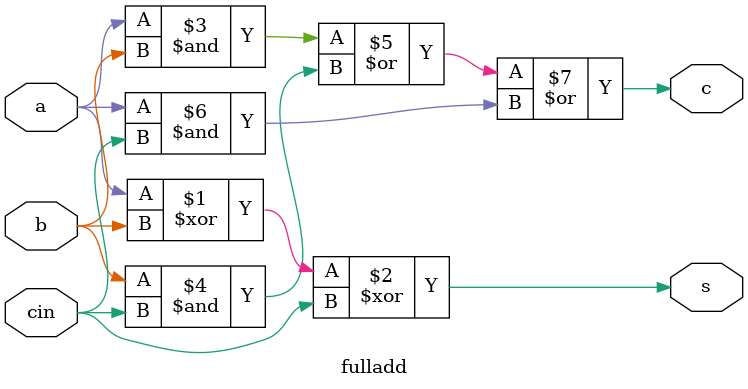
<source format=v>
module fulladd(a,b,cin,s,c);
  input a,b,cin;
  output s,c;
  assign s=a^b^cin;
  assign c=(a&b)|(b&cin)|(a&cin);
endmodule
  
  
  

</source>
